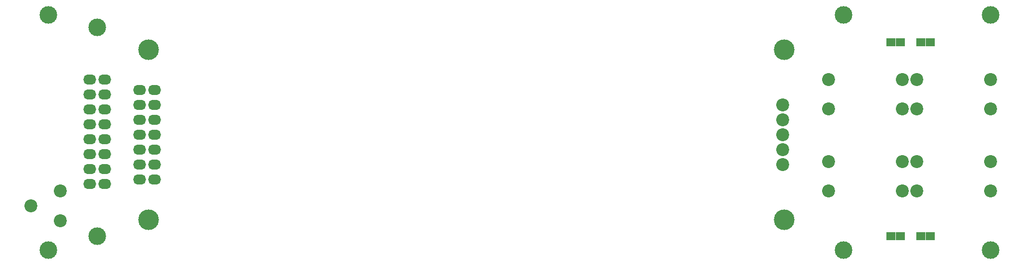
<source format=gts>
G04 DipTrace 3.0.0.2*
G04 FrontPanel.GTS*
%MOMM*%
G04 #@! TF.FileFunction,Soldermask,Top*
G04 #@! TF.Part,Single*
%ADD22C,3.0*%
%ADD23C,3.5*%
%ADD27C,2.2*%
%ADD29R,1.5X1.4*%
%ADD31C,2.2*%
%ADD33O,2.2X1.7*%
%FSLAX35Y35*%
G04*
G71*
G90*
G75*
G01*
G04 TopMask*
%LPD*%
D33*
X1454000Y-1600000D3*
X1200000D3*
X1454000Y-1854000D3*
X1200000D3*
X1454000Y-2108000D3*
X1200000D3*
X1454000Y-2362000D3*
X1200000D3*
X1454000Y-2616000D3*
X1200000D3*
X1454000Y-2870000D3*
X1200000D3*
X1454000Y-3124000D3*
X1200000D3*
X1454000Y-3378000D3*
X1200000D3*
D22*
X1327000Y-709000D3*
Y-4269000D3*
D33*
X2300000Y-3300000D3*
X2046000D3*
X2300000Y-3046000D3*
X2046000D3*
X2300000Y-2792000D3*
X2046000D3*
X2300000Y-2538000D3*
X2046000D3*
X2300000Y-2284000D3*
X2046000D3*
X2300000Y-2030000D3*
X2046000D3*
X2300000Y-1776000D3*
X2046000D3*
D31*
X12968000Y-3046000D3*
Y-2792000D3*
Y-2538000D3*
Y-2284000D3*
Y-2030000D3*
D23*
X2196000Y-1088000D3*
Y-3988000D3*
X12996000Y-1088000D3*
Y-3988000D3*
D22*
X500000Y-500000D3*
Y-4500000D3*
X16500000Y-500000D3*
Y-4500000D3*
X14000000Y-500000D3*
Y-4500000D3*
D29*
X14968167Y-968000D3*
X14808133D3*
X14968167Y-4270000D3*
X14808133D3*
X15476167Y-968000D3*
X15316133D3*
X15476167Y-4270000D3*
X15316133D3*
D27*
X15000000Y-2100000D3*
X13750000D3*
X15000000Y-1600000D3*
X13750000D3*
X15000000Y-3500000D3*
X13750000D3*
X15000000Y-3000000D3*
X13750000D3*
X16500000Y-2100000D3*
X15250000D3*
X16500000Y-1600000D3*
X15250000D3*
X16500000Y-3500000D3*
X15250000D3*
X16500000Y-3000000D3*
X15250000D3*
X700000Y-4000000D3*
X200000Y-3750000D3*
X700000Y-3500000D3*
M02*

</source>
